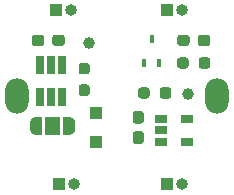
<source format=gbr>
G04 #@! TF.GenerationSoftware,KiCad,Pcbnew,5.1.8*
G04 #@! TF.CreationDate,2020-11-15T22:35:16+01:00*
G04 #@! TF.ProjectId,charging,63686172-6769-46e6-972e-6b696361645f,rev?*
G04 #@! TF.SameCoordinates,PX2fb84f0PY2fb84f0*
G04 #@! TF.FileFunction,Soldermask,Top*
G04 #@! TF.FilePolarity,Negative*
%FSLAX46Y46*%
G04 Gerber Fmt 4.6, Leading zero omitted, Abs format (unit mm)*
G04 Created by KiCad (PCBNEW 5.1.8) date 2020-11-15 22:35:16*
%MOMM*%
%LPD*%
G01*
G04 APERTURE LIST*
%ADD10O,1.000000X1.000000*%
%ADD11R,1.000000X1.000000*%
%ADD12O,2.000000X3.000000*%
%ADD13C,1.000000*%
%ADD14R,0.450000X0.700000*%
%ADD15C,0.100000*%
%ADD16R,1.060000X0.650000*%
%ADD17R,0.650000X1.560000*%
G04 APERTURE END LIST*
D10*
X5334000Y-7366000D03*
D11*
X4064000Y-7366000D03*
D10*
X5334000Y7366000D03*
D11*
X4064000Y7366000D03*
D10*
X-4064000Y7366000D03*
D11*
X-5334000Y7366000D03*
D10*
X-3810000Y-7366000D03*
D11*
X-5080000Y-7366000D03*
D12*
X8323000Y127000D03*
X-8577000Y127000D03*
D13*
X-2540000Y4572000D03*
X5842000Y254000D03*
G36*
G01*
X2623000Y618500D02*
X2623000Y143500D01*
G75*
G02*
X2385500Y-94000I-237500J0D01*
G01*
X1885500Y-94000D01*
G75*
G02*
X1648000Y143500I0J237500D01*
G01*
X1648000Y618500D01*
G75*
G02*
X1885500Y856000I237500J0D01*
G01*
X2385500Y856000D01*
G75*
G02*
X2623000Y618500I0J-237500D01*
G01*
G37*
G36*
G01*
X4448000Y618500D02*
X4448000Y143500D01*
G75*
G02*
X4210500Y-94000I-237500J0D01*
G01*
X3710500Y-94000D01*
G75*
G02*
X3473000Y143500I0J237500D01*
G01*
X3473000Y618500D01*
G75*
G02*
X3710500Y856000I237500J0D01*
G01*
X4210500Y856000D01*
G75*
G02*
X4448000Y618500I0J-237500D01*
G01*
G37*
D14*
X2794000Y4937000D03*
X3444000Y2937000D03*
X2144000Y2937000D03*
D15*
G36*
X-4991000Y-3163000D02*
G01*
X-5491000Y-3163000D01*
X-5491000Y-3162398D01*
X-5515534Y-3162398D01*
X-5564365Y-3157588D01*
X-5612490Y-3148016D01*
X-5659445Y-3133772D01*
X-5704778Y-3114995D01*
X-5748051Y-3091864D01*
X-5788850Y-3064604D01*
X-5826779Y-3033476D01*
X-5861476Y-2998779D01*
X-5892604Y-2960850D01*
X-5919864Y-2920051D01*
X-5942995Y-2876778D01*
X-5961772Y-2831445D01*
X-5976016Y-2784490D01*
X-5985588Y-2736365D01*
X-5990398Y-2687534D01*
X-5990398Y-2663000D01*
X-5991000Y-2663000D01*
X-5991000Y-2163000D01*
X-5990398Y-2163000D01*
X-5990398Y-2138466D01*
X-5985588Y-2089635D01*
X-5976016Y-2041510D01*
X-5961772Y-1994555D01*
X-5942995Y-1949222D01*
X-5919864Y-1905949D01*
X-5892604Y-1865150D01*
X-5861476Y-1827221D01*
X-5826779Y-1792524D01*
X-5788850Y-1761396D01*
X-5748051Y-1734136D01*
X-5704778Y-1711005D01*
X-5659445Y-1692228D01*
X-5612490Y-1677984D01*
X-5564365Y-1668412D01*
X-5515534Y-1663602D01*
X-5491000Y-1663602D01*
X-5491000Y-1663000D01*
X-4991000Y-1663000D01*
X-4991000Y-3163000D01*
G37*
G36*
X-4191000Y-1663602D02*
G01*
X-4166466Y-1663602D01*
X-4117635Y-1668412D01*
X-4069510Y-1677984D01*
X-4022555Y-1692228D01*
X-3977222Y-1711005D01*
X-3933949Y-1734136D01*
X-3893150Y-1761396D01*
X-3855221Y-1792524D01*
X-3820524Y-1827221D01*
X-3789396Y-1865150D01*
X-3762136Y-1905949D01*
X-3739005Y-1949222D01*
X-3720228Y-1994555D01*
X-3705984Y-2041510D01*
X-3696412Y-2089635D01*
X-3691602Y-2138466D01*
X-3691602Y-2163000D01*
X-3691000Y-2163000D01*
X-3691000Y-2663000D01*
X-3691602Y-2663000D01*
X-3691602Y-2687534D01*
X-3696412Y-2736365D01*
X-3705984Y-2784490D01*
X-3720228Y-2831445D01*
X-3739005Y-2876778D01*
X-3762136Y-2920051D01*
X-3789396Y-2960850D01*
X-3820524Y-2998779D01*
X-3855221Y-3033476D01*
X-3893150Y-3064604D01*
X-3933949Y-3091864D01*
X-3977222Y-3114995D01*
X-4022555Y-3133772D01*
X-4069510Y-3148016D01*
X-4117635Y-3157588D01*
X-4166466Y-3162398D01*
X-4191000Y-3162398D01*
X-4191000Y-3163000D01*
X-4691000Y-3163000D01*
X-4691000Y-1663000D01*
X-4191000Y-1663000D01*
X-4191000Y-1663602D01*
G37*
G36*
X-6215000Y-1663000D02*
G01*
X-5715000Y-1663000D01*
X-5715000Y-1663602D01*
X-5690466Y-1663602D01*
X-5641635Y-1668412D01*
X-5593510Y-1677984D01*
X-5546555Y-1692228D01*
X-5501222Y-1711005D01*
X-5457949Y-1734136D01*
X-5417150Y-1761396D01*
X-5379221Y-1792524D01*
X-5344524Y-1827221D01*
X-5313396Y-1865150D01*
X-5286136Y-1905949D01*
X-5263005Y-1949222D01*
X-5244228Y-1994555D01*
X-5229984Y-2041510D01*
X-5220412Y-2089635D01*
X-5215602Y-2138466D01*
X-5215602Y-2163000D01*
X-5215000Y-2163000D01*
X-5215000Y-2663000D01*
X-5215602Y-2663000D01*
X-5215602Y-2687534D01*
X-5220412Y-2736365D01*
X-5229984Y-2784490D01*
X-5244228Y-2831445D01*
X-5263005Y-2876778D01*
X-5286136Y-2920051D01*
X-5313396Y-2960850D01*
X-5344524Y-2998779D01*
X-5379221Y-3033476D01*
X-5417150Y-3064604D01*
X-5457949Y-3091864D01*
X-5501222Y-3114995D01*
X-5546555Y-3133772D01*
X-5593510Y-3148016D01*
X-5641635Y-3157588D01*
X-5690466Y-3162398D01*
X-5715000Y-3162398D01*
X-5715000Y-3163000D01*
X-6215000Y-3163000D01*
X-6215000Y-1663000D01*
G37*
G36*
X-7015000Y-3162398D02*
G01*
X-7039534Y-3162398D01*
X-7088365Y-3157588D01*
X-7136490Y-3148016D01*
X-7183445Y-3133772D01*
X-7228778Y-3114995D01*
X-7272051Y-3091864D01*
X-7312850Y-3064604D01*
X-7350779Y-3033476D01*
X-7385476Y-2998779D01*
X-7416604Y-2960850D01*
X-7443864Y-2920051D01*
X-7466995Y-2876778D01*
X-7485772Y-2831445D01*
X-7500016Y-2784490D01*
X-7509588Y-2736365D01*
X-7514398Y-2687534D01*
X-7514398Y-2663000D01*
X-7515000Y-2663000D01*
X-7515000Y-2163000D01*
X-7514398Y-2163000D01*
X-7514398Y-2138466D01*
X-7509588Y-2089635D01*
X-7500016Y-2041510D01*
X-7485772Y-1994555D01*
X-7466995Y-1949222D01*
X-7443864Y-1905949D01*
X-7416604Y-1865150D01*
X-7385476Y-1827221D01*
X-7350779Y-1792524D01*
X-7312850Y-1761396D01*
X-7272051Y-1734136D01*
X-7228778Y-1711005D01*
X-7183445Y-1692228D01*
X-7136490Y-1677984D01*
X-7088365Y-1668412D01*
X-7039534Y-1663602D01*
X-7015000Y-1663602D01*
X-7015000Y-1663000D01*
X-6515000Y-1663000D01*
X-6515000Y-3163000D01*
X-7015000Y-3163000D01*
X-7015000Y-3162398D01*
G37*
G36*
G01*
X-2683500Y1949000D02*
X-3158500Y1949000D01*
G75*
G02*
X-3396000Y2186500I0J237500D01*
G01*
X-3396000Y2686500D01*
G75*
G02*
X-3158500Y2924000I237500J0D01*
G01*
X-2683500Y2924000D01*
G75*
G02*
X-2446000Y2686500I0J-237500D01*
G01*
X-2446000Y2186500D01*
G75*
G02*
X-2683500Y1949000I-237500J0D01*
G01*
G37*
G36*
G01*
X-2683500Y124000D02*
X-3158500Y124000D01*
G75*
G02*
X-3396000Y361500I0J237500D01*
G01*
X-3396000Y861500D01*
G75*
G02*
X-3158500Y1099000I237500J0D01*
G01*
X-2683500Y1099000D01*
G75*
G02*
X-2446000Y861500I0J-237500D01*
G01*
X-2446000Y361500D01*
G75*
G02*
X-2683500Y124000I-237500J0D01*
G01*
G37*
D16*
X5799000Y-1844000D03*
X5799000Y-3744000D03*
X3599000Y-3744000D03*
X3599000Y-2794000D03*
X3599000Y-1844000D03*
G36*
G01*
X6775000Y2683500D02*
X6775000Y3158500D01*
G75*
G02*
X7012500Y3396000I237500J0D01*
G01*
X7512500Y3396000D01*
G75*
G02*
X7750000Y3158500I0J-237500D01*
G01*
X7750000Y2683500D01*
G75*
G02*
X7512500Y2446000I-237500J0D01*
G01*
X7012500Y2446000D01*
G75*
G02*
X6775000Y2683500I0J237500D01*
G01*
G37*
G36*
G01*
X4950000Y2683500D02*
X4950000Y3158500D01*
G75*
G02*
X5187500Y3396000I237500J0D01*
G01*
X5687500Y3396000D01*
G75*
G02*
X5925000Y3158500I0J-237500D01*
G01*
X5925000Y2683500D01*
G75*
G02*
X5687500Y2446000I-237500J0D01*
G01*
X5187500Y2446000D01*
G75*
G02*
X4950000Y2683500I0J237500D01*
G01*
G37*
D17*
X-5715000Y47000D03*
X-4765000Y47000D03*
X-6665000Y47000D03*
X-6665000Y2747000D03*
X-5715000Y2747000D03*
X-4765000Y2747000D03*
D11*
X-1905000Y-3790000D03*
X-1905000Y-1290000D03*
G36*
G01*
X-5644000Y4588500D02*
X-5644000Y5063500D01*
G75*
G02*
X-5406500Y5301000I237500J0D01*
G01*
X-4806500Y5301000D01*
G75*
G02*
X-4569000Y5063500I0J-237500D01*
G01*
X-4569000Y4588500D01*
G75*
G02*
X-4806500Y4351000I-237500J0D01*
G01*
X-5406500Y4351000D01*
G75*
G02*
X-5644000Y4588500I0J237500D01*
G01*
G37*
G36*
G01*
X-7369000Y4588500D02*
X-7369000Y5063500D01*
G75*
G02*
X-7131500Y5301000I237500J0D01*
G01*
X-6531500Y5301000D01*
G75*
G02*
X-6294000Y5063500I0J-237500D01*
G01*
X-6294000Y4588500D01*
G75*
G02*
X-6531500Y4351000I-237500J0D01*
G01*
X-7131500Y4351000D01*
G75*
G02*
X-7369000Y4588500I0J237500D01*
G01*
G37*
G36*
G01*
X6700000Y4588500D02*
X6700000Y5063500D01*
G75*
G02*
X6937500Y5301000I237500J0D01*
G01*
X7512500Y5301000D01*
G75*
G02*
X7750000Y5063500I0J-237500D01*
G01*
X7750000Y4588500D01*
G75*
G02*
X7512500Y4351000I-237500J0D01*
G01*
X6937500Y4351000D01*
G75*
G02*
X6700000Y4588500I0J237500D01*
G01*
G37*
G36*
G01*
X4950000Y4588500D02*
X4950000Y5063500D01*
G75*
G02*
X5187500Y5301000I237500J0D01*
G01*
X5762500Y5301000D01*
G75*
G02*
X6000000Y5063500I0J-237500D01*
G01*
X6000000Y4588500D01*
G75*
G02*
X5762500Y4351000I-237500J0D01*
G01*
X5187500Y4351000D01*
G75*
G02*
X4950000Y4588500I0J237500D01*
G01*
G37*
G36*
G01*
X1413500Y-2865000D02*
X1888500Y-2865000D01*
G75*
G02*
X2126000Y-3102500I0J-237500D01*
G01*
X2126000Y-3702500D01*
G75*
G02*
X1888500Y-3940000I-237500J0D01*
G01*
X1413500Y-3940000D01*
G75*
G02*
X1176000Y-3702500I0J237500D01*
G01*
X1176000Y-3102500D01*
G75*
G02*
X1413500Y-2865000I237500J0D01*
G01*
G37*
G36*
G01*
X1413500Y-1140000D02*
X1888500Y-1140000D01*
G75*
G02*
X2126000Y-1377500I0J-237500D01*
G01*
X2126000Y-1977500D01*
G75*
G02*
X1888500Y-2215000I-237500J0D01*
G01*
X1413500Y-2215000D01*
G75*
G02*
X1176000Y-1977500I0J237500D01*
G01*
X1176000Y-1377500D01*
G75*
G02*
X1413500Y-1140000I237500J0D01*
G01*
G37*
M02*

</source>
